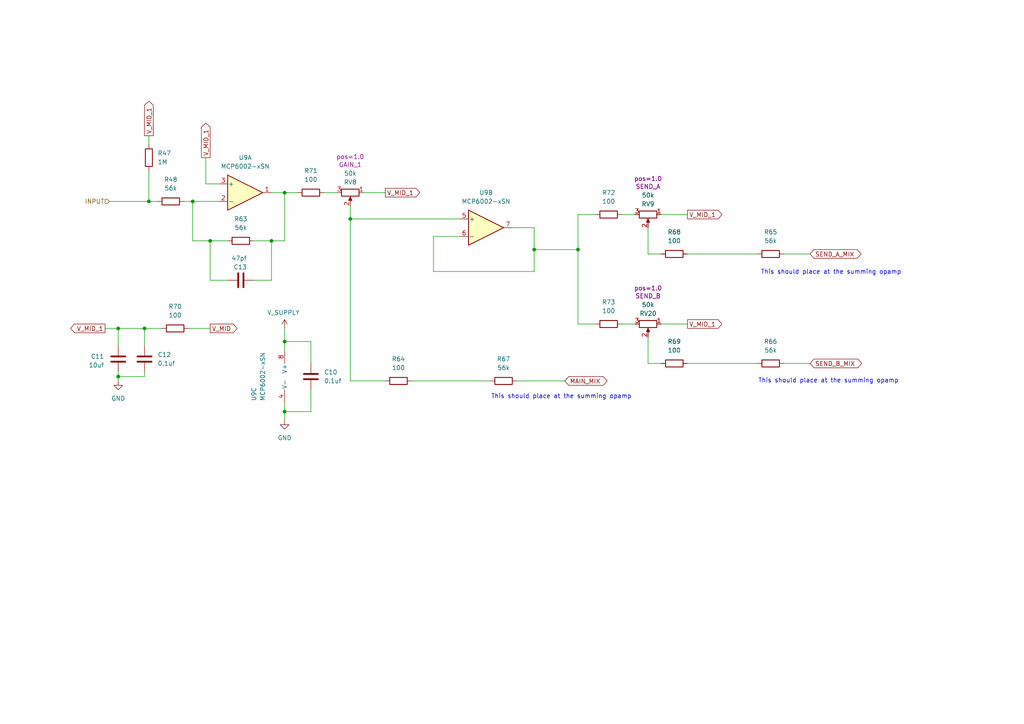
<source format=kicad_sch>
(kicad_sch (version 20250114) (generator "eeschema") (generator_version "9.0")
  (paper "A4")
  (lib_symbols
    (symbol "Amplifier_Operational:MCP6002-xSN" (pin_names (offset 0.127))
      (property "Reference" "U" (at 0 5.08 0))
      (property "Value" "MCP6002-xSN" (at 0 -5.08 0))
      (symbol "MCP6002-xSN_1_1"
        (polyline (pts (xy -5.08 5.08) (xy 5.08 0) (xy -5.08 -5.08) (xy -5.08 5.08)) (stroke (width 0.254)) (fill (type background)))
        (pin input line (at -7.62 2.54 0) (length 2.54) (name "+") (number "3"))
        (pin input line (at -7.62 -2.54 0) (length 2.54) (name "-") (number "2"))
        (pin output line (at 7.62 0 180) (length 2.54) (name "~") (number "1"))
      )
      (symbol "MCP6002-xSN_2_1"
        (polyline (pts (xy -5.08 5.08) (xy 5.08 0) (xy -5.08 -5.08) (xy -5.08 5.08)) (stroke (width 0.254)) (fill (type background)))
        (pin input line (at -7.62 2.54 0) (length 2.54) (name "+") (number "5"))
        (pin input line (at -7.62 -2.54 0) (length 2.54) (name "-") (number "6"))
        (pin output line (at 7.62 0 180) (length 2.54) (name "~") (number "7"))
      )
      (symbol "MCP6002-xSN_3_1"
        (pin power_in line (at -2.54 7.62 270) (length 3.81) (name "V+") (number "8"))
        (pin power_in line (at -2.54 -7.62 90) (length 3.81) (name "V-") (number "4"))
      )
    )
    (symbol "Device:C" (pin_numbers (hide yes)) (pin_names (offset 0.254))
      (property "Reference" "C" (at 0.635 2.54 0))
      (property "Value" "C" (at 0.635 -2.54 0))
      (symbol "C_0_1"
        (polyline (pts (xy -2.032 0.762) (xy 2.032 0.762)) (stroke (width 0.508)))
        (polyline (pts (xy -2.032 -0.762) (xy 2.032 -0.762)) (stroke (width 0.508)))
      )
      (symbol "C_1_1"
        (pin passive line (at 0 3.81 270) (length 2.794) (name "~") (number "1"))
        (pin passive line (at 0 -3.81 90) (length 2.794) (name "~") (number "2"))
      )
    )
    (symbol "Device:R" (pin_numbers (hide yes)) (pin_names (offset 0))
      (property "Reference" "R" (at 2.032 0 90))
      (property "Value" "R" (at 0 0 90))
      (symbol "R_0_1"
        (rectangle (start -1.016 -2.54) (end 1.016 2.54) (stroke (width 0.254)))
      )
      (symbol "R_1_1"
        (pin passive line (at 0 3.81 270) (length 1.27) (name "~") (number "1"))
        (pin passive line (at 0 -3.81 90) (length 1.27) (name "~") (number "2"))
      )
    )
    (symbol "Device:R_Potentiometer" (pin_names (offset 1.016) (hide yes))
      (property "Reference" "RV" (at -4.445 0 90))
      (property "Value" "R_Potentiometer" (at -2.54 0 90))
      (symbol "R_Potentiometer_0_1"
        (rectangle (start 1.016 2.54) (end -1.016 -2.54) (stroke (width 0.254)))
        (polyline (pts (xy 1.143 0) (xy 2.286 0.508) (xy 2.286 -0.508) (xy 1.143 0)) (fill (type outline)))
        (polyline (pts (xy 2.54 0) (xy 1.524 0)))
      )
      (symbol "R_Potentiometer_1_1"
        (pin passive line (at 0 3.81 270) (length 1.27) (name "1") (number "1"))
        (pin passive line (at 0 -3.81 90) (length 1.27) (name "3") (number "3"))
        (pin passive line (at 3.81 0 180) (length 1.27) (name "2") (number "2"))
      )
    )
    (symbol "power:+5V" (power) (pin_numbers (hide yes)) (pin_names (offset 0) (hide yes))
      (property "Value" "+5V" (at 0 3.556 0))
      (symbol "+5V_0_1"
        (polyline (pts (xy -0.762 1.27) (xy 0 2.54)))
        (polyline (pts (xy 0 2.54) (xy 0.762 1.27)))
        (polyline (pts (xy 0 0) (xy 0 2.54)))
      )
      (symbol "+5V_1_1"
        (pin power_in line (at 0 0 90) (length 0) (name "~") (number "1"))
      )
    )
    (symbol "power:GND" (power) (pin_numbers (hide yes)) (pin_names (offset 0) (hide yes))
      (property "Value" "GND" (at 0 -3.81 0))
      (symbol "GND_0_1"
        (polyline (pts (xy 0 0) (xy 0 -1.27) (xy 1.27 -1.27) (xy 0 -2.54) (xy -1.27 -1.27) (xy 0 -1.27)))
      )
      (symbol "GND_1_1"
        (pin power_in line (at 0 0 270) (length 0) (name "~") (number "1"))
      )
    )
  )
  (text "This should place at the summing opamp" (at 240.284 110.49 0) (effects (font (size 1.27 1.27))))
  (text "This should place at the summing opamp" (at 162.814 115.062 0) (effects (font (size 1.27 1.27))))
  (text "This should place at the summing opamp" (at 241.046 78.994 0) (effects (font (size 1.27 1.27))))
  (junction (at 154.94 72.39))
  (junction (at 82.55 119.38))
  (junction (at 60.96 69.85))
  (junction (at 55.88 58.42))
  (junction (at 41.91 95.25))
  (junction (at 34.29 109.22))
  (junction (at 167.64 72.39))
  (junction (at 34.29 95.25))
  (junction (at 101.6 63.5))
  (junction (at 82.55 99.06))
  (junction (at 78.74 69.85))
  (junction (at 43.18 58.42))
  (junction (at 82.55 55.88))
  (wire (pts (xy 90.17 105.41) (xy 90.17 99.06)))
  (wire (pts (xy 82.55 95.25) (xy 82.55 99.06)))
  (wire (pts (xy 227.33 73.66) (xy 234.95 73.66)))
  (wire (pts (xy 78.74 55.88) (xy 82.55 55.88)))
  (wire (pts (xy 43.18 58.42) (xy 45.72 58.42)))
  (wire (pts (xy 55.88 58.42) (xy 55.88 69.85)))
  (wire (pts (xy 187.96 66.04) (xy 187.96 73.66)))
  (wire (pts (xy 60.96 81.28) (xy 60.96 69.85)))
  (wire (pts (xy 154.94 66.04) (xy 154.94 72.39)))
  (wire (pts (xy 31.75 58.42) (xy 43.18 58.42)))
  (wire (pts (xy 41.91 95.25) (xy 46.99 95.25)))
  (wire (pts (xy 53.34 58.42) (xy 55.88 58.42)))
  (wire (pts (xy 66.04 69.85) (xy 60.96 69.85)))
  (wire (pts (xy 59.69 53.34) (xy 59.69 45.72)))
  (wire (pts (xy 199.39 73.66) (xy 219.71 73.66)))
  (wire (pts (xy 101.6 110.49) (xy 111.76 110.49)))
  (wire (pts (xy 78.74 69.85) (xy 82.55 69.85)))
  (wire (pts (xy 34.29 109.22) (xy 34.29 110.49)))
  (wire (pts (xy 172.72 93.98) (xy 167.64 93.98)))
  (wire (pts (xy 82.55 99.06) (xy 82.55 101.6)))
  (wire (pts (xy 125.73 68.58) (xy 133.35 68.58)))
  (wire (pts (xy 101.6 63.5) (xy 101.6 110.49)))
  (wire (pts (xy 34.29 107.95) (xy 34.29 109.22)))
  (wire (pts (xy 163.83 110.49) (xy 149.86 110.49)))
  (wire (pts (xy 167.64 72.39) (xy 167.64 93.98)))
  (wire (pts (xy 73.66 69.85) (xy 78.74 69.85)))
  (wire (pts (xy 82.55 55.88) (xy 86.36 55.88)))
  (wire (pts (xy 167.64 72.39) (xy 154.94 72.39)))
  (wire (pts (xy 154.94 78.74) (xy 125.73 78.74)))
  (wire (pts (xy 187.96 97.79) (xy 187.96 105.41)))
  (wire (pts (xy 90.17 99.06) (xy 82.55 99.06)))
  (wire (pts (xy 180.34 62.23) (xy 184.15 62.23)))
  (wire (pts (xy 187.96 105.41) (xy 191.77 105.41)))
  (wire (pts (xy 167.64 62.23) (xy 167.64 72.39)))
  (wire (pts (xy 199.39 105.41) (xy 219.71 105.41)))
  (wire (pts (xy 125.73 78.74) (xy 125.73 68.58)))
  (wire (pts (xy 191.77 62.23) (xy 199.39 62.23)))
  (wire (pts (xy 82.55 121.92) (xy 82.55 119.38)))
  (wire (pts (xy 133.35 63.5) (xy 101.6 63.5)))
  (wire (pts (xy 73.66 81.28) (xy 78.74 81.28)))
  (wire (pts (xy 41.91 109.22) (xy 34.29 109.22)))
  (wire (pts (xy 90.17 119.38) (xy 82.55 119.38)))
  (wire (pts (xy 119.38 110.49) (xy 142.24 110.49)))
  (wire (pts (xy 167.64 62.23) (xy 172.72 62.23)))
  (wire (pts (xy 41.91 107.95) (xy 41.91 109.22)))
  (wire (pts (xy 82.55 55.88) (xy 82.55 69.85)))
  (wire (pts (xy 187.96 73.66) (xy 191.77 73.66)))
  (wire (pts (xy 43.18 49.53) (xy 43.18 58.42)))
  (wire (pts (xy 90.17 113.03) (xy 90.17 119.38)))
  (wire (pts (xy 30.48 95.25) (xy 34.29 95.25)))
  (wire (pts (xy 43.18 39.37) (xy 43.18 41.91)))
  (wire (pts (xy 184.15 93.98) (xy 180.34 93.98)))
  (wire (pts (xy 148.59 66.04) (xy 154.94 66.04)))
  (wire (pts (xy 34.29 100.33) (xy 34.29 95.25)))
  (wire (pts (xy 82.55 119.38) (xy 82.55 116.84)))
  (wire (pts (xy 191.77 93.98) (xy 199.39 93.98)))
  (wire (pts (xy 60.96 69.85) (xy 55.88 69.85)))
  (wire (pts (xy 93.98 55.88) (xy 97.79 55.88)))
  (wire (pts (xy 105.41 55.88) (xy 111.76 55.88)))
  (wire (pts (xy 55.88 58.42) (xy 63.5 58.42)))
  (wire (pts (xy 101.6 59.69) (xy 101.6 63.5)))
  (wire (pts (xy 154.94 72.39) (xy 154.94 78.74)))
  (wire (pts (xy 66.04 81.28) (xy 60.96 81.28)))
  (wire (pts (xy 54.61 95.25) (xy 60.96 95.25)))
  (wire (pts (xy 78.74 81.28) (xy 78.74 69.85)))
  (wire (pts (xy 63.5 53.34) (xy 59.69 53.34)))
  (wire (pts (xy 41.91 95.25) (xy 41.91 100.33)))
  (wire (pts (xy 227.33 105.41) (xy 234.95 105.41)))
  (wire (pts (xy 34.29 95.25) (xy 41.91 95.25)))
  (global_label "SEND_B_MIX" (shape bidirectional) (at 234.95 105.41 0) (property "Intersheetrefs" "${INTERSHEET_REFS}" (effects (hide yes))))
  (global_label "V_MID_1" (shape output) (at 59.69 45.72 90) (property "Intersheetrefs" "${INTERSHEET_REFS}" (effects (hide yes))))
  (global_label "SEND_A_MIX" (shape bidirectional) (at 234.95 73.66 0) (property "Intersheetrefs" "${INTERSHEET_REFS}" (effects (hide yes))))
  (global_label "MAIN_MIX" (shape bidirectional) (at 163.83 110.49 0) (property "Intersheetrefs" "${INTERSHEET_REFS}" (effects (hide yes))))
  (global_label "V_MID_1" (shape output) (at 199.39 93.98 0) (property "Intersheetrefs" "${INTERSHEET_REFS}" (effects (hide yes))))
  (global_label "V_MID_1" (shape output) (at 199.39 62.23 0) (property "Intersheetrefs" "${INTERSHEET_REFS}" (effects (hide yes))))
  (global_label "V_MID_1" (shape output) (at 30.48 95.25 180) (property "Intersheetrefs" "${INTERSHEET_REFS}" (effects (hide yes))))
  (global_label "V_MID_1" (shape output) (at 43.18 39.37 90) (property "Intersheetrefs" "${INTERSHEET_REFS}" (effects (hide yes))))
  (global_label "V_MID_1" (shape output) (at 111.76 55.88 0) (property "Intersheetrefs" "${INTERSHEET_REFS}" (effects (hide yes))))
  (global_label "V_MID" (shape output) (at 60.96 95.25 0) (property "Intersheetrefs" "${INTERSHEET_REFS}" (effects (hide yes))))
  (hierarchical_label "INPUT" (shape input) (at 31.75 58.42 180))
  (symbol (lib_id "power:GND") (at 82.55 121.92 0) (unit 1)
    (property "Reference" "#PWR030" (effects (hide yes)))
    (property "Value" "GND" (at 82.55 127 0))
    (property "Description" "Power symbol creates a global label with name \"GND\" , ground" (effects (hide yes)))
  )
  (symbol (lib_id "Device:R") (at 49.53 58.42 90) (unit 1)
    (property "Reference" "R48" (at 49.53 52.07 90))
    (property "Value" "56k" (at 49.53 54.61 90))
    (property "Footprint" "Resistor_SMD:R_0402_1005Metric" (effects (hide yes)))
    (property "Description" "Resistor" (effects (hide yes)))
  )
  (symbol (lib_id "Device:R_Potentiometer") (at 187.96 62.23 270) (unit 1)
    (property "Reference" "RV9" (at 187.96 59.182 90))
    (property "Value" "50k" (at 187.96 56.642 90))
    (property "Footprint" "BreadModular_Pots:Potentiometer_RV09" (effects (hide yes)))
    (property "Description" "Potentiometer" (effects (hide yes)))
    (property "Sim.Device" "R" (effects (hide yes)))
    (property "Sim.Type" "POT" (effects (hide yes)))
    (property "Sim.Pins" "1=r0 2=wiper 3=r1" (effects (hide yes)))
    (property "Sim.Params" "pos=1.0" (at 187.96 51.816 90))
    (property "Comment" "SEND_A" (at 187.96 54.102 90))
  )
  (symbol (lib_id "Amplifier_Operational:MCP6002-xSN") (at 140.97 66.04 0) (unit 2)
    (property "Reference" "U9" (at 140.97 55.88 0))
    (property "Value" "MCP6002-xSN" (at 140.97 58.42 0))
    (property "Footprint" "Package_SO:SOIC-8-1EP_3.9x4.9mm_P1.27mm_EP2.29x3mm" (effects (hide yes)))
    (property "Datasheet" "http://ww1.microchip.com/downloads/en/DeviceDoc/21733j.pdf" (effects (hide yes)))
    (property "Description" "1MHz, Low-Power Op Amp, SOIC-8" (effects (hide yes)))
    (property "Sim.Library" "${KICAD8_SYMBOL_DIR}/Simulation_SPICE.sp" (effects (hide yes)))
    (property "Sim.Name" "kicad_builtin_opamp_dual" (effects (hide yes)))
    (property "Sim.Device" "SUBCKT" (effects (hide yes)))
    (property "Sim.Pins" "1=out1 2=in1- 3=in1+ 4=vee 5=in2+ 6=in2- 7=out2 8=vcc" (effects (hide yes)))
  )
  (symbol (lib_id "Device:R") (at 69.85 69.85 90) (unit 1)
    (property "Reference" "R63" (at 69.85 63.5 90))
    (property "Value" "56k" (at 69.85 66.04 90))
    (property "Footprint" "Resistor_SMD:R_0402_1005Metric" (effects (hide yes)))
    (property "Description" "Resistor" (effects (hide yes)))
  )
  (symbol (lib_id "Device:R_Potentiometer") (at 187.96 93.98 270) (unit 1)
    (property "Reference" "RV20" (at 187.96 90.932 90))
    (property "Value" "50k" (at 187.96 88.392 90))
    (property "Footprint" "BreadModular_Pots:Potentiometer_RV09" (effects (hide yes)))
    (property "Description" "Potentiometer" (effects (hide yes)))
    (property "Sim.Device" "R" (effects (hide yes)))
    (property "Sim.Type" "POT" (effects (hide yes)))
    (property "Sim.Pins" "1=r0 2=wiper 3=r1" (effects (hide yes)))
    (property "Sim.Params" "pos=1.0" (at 187.96 83.566 90))
    (property "Comment" "SEND_B" (at 187.96 85.852 90))
  )
  (symbol (lib_id "Device:R") (at 223.52 73.66 90) (unit 1)
    (property "Reference" "R65" (at 223.52 67.31 90))
    (property "Value" "56k" (at 223.52 69.85 90))
    (property "Footprint" "Resistor_SMD:R_0402_1005Metric" (effects (hide yes)))
    (property "Description" "Resistor" (effects (hide yes)))
  )
  (symbol (lib_id "Device:R") (at 195.58 105.41 90) (unit 1)
    (property "Reference" "R69" (at 195.58 99.06 90))
    (property "Value" "100" (at 195.58 101.6 90))
    (property "Footprint" "Resistor_SMD:R_0402_1005Metric" (effects (hide yes)))
    (property "Description" "Resistor" (effects (hide yes)))
  )
  (symbol (lib_id "Device:R") (at 115.57 110.49 90) (unit 1)
    (property "Reference" "R64" (at 115.57 104.14 90))
    (property "Value" "100" (at 115.57 106.68 90))
    (property "Footprint" "Resistor_SMD:R_0402_1005Metric" (effects (hide yes)))
    (property "Description" "Resistor" (effects (hide yes)))
  )
  (symbol (lib_id "power:+5V") (at 82.55 95.25 0) (unit 1)
    (property "Reference" "#PWR029" (effects (hide yes)))
    (property "Value" "V_SUPPLY" (at 77.47 90.678 0) (effects (justify left)))
    (property "Description" "Power symbol creates a global label with name \"+5V\"" (effects (hide yes)))
  )
  (symbol (lib_id "Device:R") (at 176.53 93.98 90) (unit 1)
    (property "Reference" "R73" (at 176.53 87.63 90))
    (property "Value" "100" (at 176.53 90.17 90))
    (property "Footprint" "Resistor_SMD:R_0402_1005Metric" (effects (hide yes)))
    (property "Description" "Resistor" (effects (hide yes)))
  )
  (symbol (lib_id "Device:R") (at 195.58 73.66 90) (unit 1)
    (property "Reference" "R68" (at 195.58 67.31 90))
    (property "Value" "100" (at 195.58 69.85 90))
    (property "Footprint" "Resistor_SMD:R_0402_1005Metric" (effects (hide yes)))
    (property "Description" "Resistor" (effects (hide yes)))
  )
  (symbol (lib_id "Device:R") (at 146.05 110.49 90) (unit 1)
    (property "Reference" "R67" (at 146.05 104.14 90))
    (property "Value" "56k" (at 146.05 106.68 90))
    (property "Footprint" "Resistor_SMD:R_0402_1005Metric" (effects (hide yes)))
    (property "Description" "Resistor" (effects (hide yes)))
  )
  (symbol (lib_id "Device:C") (at 69.85 81.28 90) (mirror x) (unit 1)
    (property "Reference" "C13" (at 71.628 77.47 90) (effects (justify left)))
    (property "Value" "47pf" (at 71.628 74.93 90) (effects (justify left)))
    (property "Footprint" "Capacitor_SMD:C_0402_1005Metric" (effects (hide yes)))
    (property "Description" "Unpolarized capacitor" (effects (hide yes)))
  )
  (symbol (lib_id "power:GND") (at 34.29 110.49 0) (unit 1)
    (property "Reference" "#PWR031" (effects (hide yes)))
    (property "Value" "GND" (at 34.29 115.57 0))
    (property "Description" "Power symbol creates a global label with name \"GND\" , ground" (effects (hide yes)))
  )
  (symbol (lib_id "Device:R") (at 223.52 105.41 90) (unit 1)
    (property "Reference" "R66" (at 223.52 99.06 90))
    (property "Value" "56k" (at 223.52 101.6 90))
    (property "Footprint" "Resistor_SMD:R_0402_1005Metric" (effects (hide yes)))
    (property "Description" "Resistor" (effects (hide yes)))
  )
  (symbol (lib_id "Device:R_Potentiometer") (at 101.6 55.88 270) (unit 1)
    (property "Reference" "RV8" (at 101.6 52.832 90))
    (property "Value" "50k" (at 101.6 50.292 90))
    (property "Footprint" "BreadModular_Pots:Potentiometer_RV09" (effects (hide yes)))
    (property "Description" "Potentiometer" (effects (hide yes)))
    (property "Sim.Device" "R" (effects (hide yes)))
    (property "Sim.Type" "POT" (effects (hide yes)))
    (property "Sim.Pins" "1=r0 2=wiper 3=r1" (effects (hide yes)))
    (property "Sim.Params" "pos=1.0" (at 101.6 45.466 90))
    (property "Comment" "GAIN_1" (at 101.6 47.752 90))
  )
  (symbol (lib_id "Device:R") (at 43.18 45.72 0) (unit 1)
    (property "Reference" "R47" (at 45.72 44.4499 0) (effects (justify left)))
    (property "Value" "1M" (at 45.72 46.9899 0) (effects (justify left)))
    (property "Footprint" "Resistor_SMD:R_0402_1005Metric" (effects (hide yes)))
    (property "Description" "Resistor" (effects (hide yes)))
  )
  (symbol (lib_id "Device:C") (at 41.91 104.14 0) (unit 1)
    (property "Reference" "C12" (at 45.72 102.8699 0) (effects (justify left)))
    (property "Value" "0.1uf" (at 45.72 105.4099 0) (effects (justify left)))
    (property "Footprint" "Capacitor_SMD:C_0402_1005Metric" (effects (hide yes)))
    (property "Description" "Unpolarized capacitor" (effects (hide yes)))
  )
  (symbol (lib_id "Device:C") (at 90.17 109.22 0) (unit 1)
    (property "Reference" "C10" (at 93.98 107.9499 0) (effects (justify left)))
    (property "Value" "0.1uf" (at 93.98 110.4899 0) (effects (justify left)))
    (property "Footprint" "Capacitor_SMD:C_0402_1005Metric" (effects (hide yes)))
    (property "Description" "Unpolarized capacitor" (effects (hide yes)))
  )
  (symbol (lib_id "Device:R") (at 90.17 55.88 90) (unit 1)
    (property "Reference" "R71" (at 90.17 49.53 90))
    (property "Value" "100" (at 90.17 52.07 90))
    (property "Footprint" "Resistor_SMD:R_0402_1005Metric" (effects (hide yes)))
    (property "Description" "Resistor" (effects (hide yes)))
  )
  (symbol (lib_id "Device:C") (at 34.29 104.14 0) (mirror y) (unit 1)
    (property "Reference" "C11" (at 30.226 103.378 0) (effects (justify left)))
    (property "Value" "10uf" (at 30.226 105.918 0) (effects (justify left)))
    (property "Footprint" "Capacitor_SMD:C_0402_1005Metric" (effects (hide yes)))
    (property "Description" "Unpolarized capacitor" (effects (hide yes)))
  )
  (symbol (lib_id "Amplifier_Operational:MCP6002-xSN") (at 71.12 55.88 0) (unit 1)
    (property "Reference" "U9" (at 71.12 45.72 0))
    (property "Value" "MCP6002-xSN" (at 71.12 48.26 0))
    (property "Footprint" "Package_SO:SOIC-8-1EP_3.9x4.9mm_P1.27mm_EP2.29x3mm" (effects (hide yes)))
    (property "Datasheet" "http://ww1.microchip.com/downloads/en/DeviceDoc/21733j.pdf" (effects (hide yes)))
    (property "Description" "1MHz, Low-Power Op Amp, SOIC-8" (effects (hide yes)))
    (property "Sim.Library" "${KICAD8_SYMBOL_DIR}/Simulation_SPICE.sp" (effects (hide yes)))
    (property "Sim.Name" "kicad_builtin_opamp_dual" (effects (hide yes)))
    (property "Sim.Device" "SUBCKT" (effects (hide yes)))
    (property "Sim.Pins" "1=out1 2=in1- 3=in1+ 4=vee 5=in2+ 6=in2- 7=out2 8=vcc" (effects (hide yes)))
  )
  (symbol (lib_id "Amplifier_Operational:MCP6002-xSN") (at 85.09 109.22 0) (unit 3)
    (property "Reference" "U9" (at 73.66 116.332 90) (effects (justify left)))
    (property "Value" "MCP6002-xSN" (at 76.2 116.332 90) (effects (justify left)))
    (property "Footprint" "Package_SO:SOIC-8-1EP_3.9x4.9mm_P1.27mm_EP2.29x3mm" (effects (hide yes)))
    (property "Datasheet" "http://ww1.microchip.com/downloads/en/DeviceDoc/21733j.pdf" (effects (hide yes)))
    (property "Description" "1MHz, Low-Power Op Amp, SOIC-8" (effects (hide yes)))
    (property "Sim.Library" "${KICAD8_SYMBOL_DIR}/Simulation_SPICE.sp" (effects (hide yes)))
    (property "Sim.Name" "kicad_builtin_opamp_dual" (effects (hide yes)))
    (property "Sim.Device" "SUBCKT" (effects (hide yes)))
    (property "Sim.Pins" "1=out1 2=in1- 3=in1+ 4=vee 5=in2+ 6=in2- 7=out2 8=vcc" (effects (hide yes)))
  )
  (symbol (lib_id "Device:R") (at 176.53 62.23 90) (unit 1)
    (property "Reference" "R72" (at 176.53 55.88 90))
    (property "Value" "100" (at 176.53 58.42 90))
    (property "Footprint" "Resistor_SMD:R_0402_1005Metric" (effects (hide yes)))
    (property "Description" "Resistor" (effects (hide yes)))
  )
  (symbol (lib_id "Device:R") (at 50.8 95.25 90) (unit 1)
    (property "Reference" "R70" (at 50.8 88.9 90))
    (property "Value" "100" (at 50.8 91.44 90))
    (property "Footprint" "Resistor_SMD:R_0402_1005Metric" (effects (hide yes)))
    (property "Description" "Resistor" (effects (hide yes)))
  )
)
</source>
